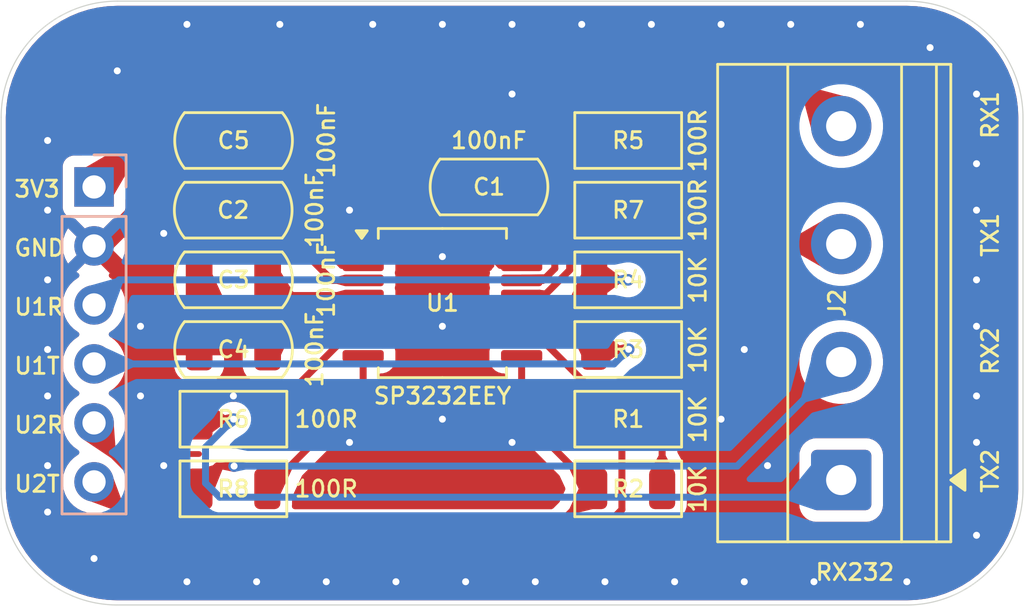
<source format=kicad_pcb>
(kicad_pcb (version 20241229) (generator "pcbnew") (generator_version "9.0")
  (layers (0 "F.Cu" signal) (2 "B.Cu" signal) (13 "F.Paste" user) (15 "B.Paste" user) (5 "F.SilkS" user "F.Silkscreen") (7 "B.SilkS" user "B.Silkscreen") (1 "F.Mask" user) (3 "B.Mask" user) (25 "Edge.Cuts" user))
  (net 0 "")
  (net 1 "GND")
  (net 2 "+3.3V")
  (net 3 "Net-(U1-C1+)")
  (net 4 "Net-(U1-C1-)")
  (net 5 "Net-(U1-C2-)")
  (net 6 "Net-(U1-C2+)")
  (net 7 "Net-(U1-V-)")
  (net 8 "Net-(U1-V+)")
  (net 9 "/USART1_TX")
  (net 10 "/USART2_RX")
  (net 11 "/USART1_RX")
  (net 12 "/USART2_TX")
  (net 13 "/RS232-TX1")
  (net 14 "/RS232-RX1")
  (net 15 "/RS232-TX2")
  (net 16 "/RS232-RX2")
  (net 17 "Net-(U1-T1OUT)")
  (net 18 "Net-(U1-T2OUT)")
  (net 19 "Net-(U1-R1IN)")
  (net 20 "Net-(U1-R2IN)")
  (footprint "PCM_Resistor_SMD_AKL:R_1206_3216Metric" (layer "F.Cu") (at 122 63)
    (property "Reference" "R7" (at 0 0 0) (layer "F.SilkS") (effects (font (size 0.7 0.7) (thickness 0.12))))
    (property "Value" "100R" (at 3 0 90) (layer "F.SilkS") (effects (font (size 0.7 0.7) (thickness 0.12))))
    (fp_line (start -2.3 -1.2) (end -2.3 1.2) (stroke (width 0.12)) (layer "F.SilkS"))
    (fp_line (start -2.3 1.2) (end 2.3 1.2) (stroke (width 0.12)) (layer "F.SilkS"))
    (fp_line (start 2.3 -1.2) (end -2.3 -1.2) (stroke (width 0.12)) (layer "F.SilkS"))
    (fp_line (start 2.3 1.2) (end 2.3 -1.2) (stroke (width 0.12)) (layer "F.SilkS"))
    (pad "1" smd roundrect (at -1.4625 0) (size 1.125 1.75) (layers "F.Cu" "F.Mask" "F.Paste") (roundrect_rratio 0.222222) (net 19 "Net-(U1-R1IN)"))
    (pad "2" smd roundrect (at 1.4625 0) (size 1.125 1.75) (layers "F.Cu" "F.Mask" "F.Paste") (roundrect_rratio 0.222222) (net 14 "/RS232-RX1"))
  )
  (footprint "PCM_Resistor_SMD_AKL:R_1206_3216Metric" (layer "F.Cu") (at 122 69)
    (property "Reference" "R3" (at 0 0 0) (layer "F.SilkS") (effects (font (size 0.7 0.7) (thickness 0.12))))
    (property "Value" "10K" (at 3 0 90) (layer "F.SilkS") (effects (font (size 0.7 0.7) (thickness 0.12))))
    (fp_line (start -2.3 -1.2) (end -2.3 1.2) (stroke (width 0.12)) (layer "F.SilkS"))
    (fp_line (start -2.3 1.2) (end 2.3 1.2) (stroke (width 0.12)) (layer "F.SilkS"))
    (fp_line (start 2.3 -1.2) (end -2.3 -1.2) (stroke (width 0.12)) (layer "F.SilkS"))
    (fp_line (start 2.3 1.2) (end 2.3 -1.2) (stroke (width 0.12)) (layer "F.SilkS"))
    (pad "1" smd roundrect (at -1.4625 0) (size 1.125 1.75) (layers "F.Cu" "F.Mask" "F.Paste") (roundrect_rratio 0.222222) (net 9 "/USART1_TX"))
    (pad "2" smd roundrect (at 1.4625 0) (size 1.125 1.75) (layers "F.Cu" "F.Mask" "F.Paste") (roundrect_rratio 0.222222) (net 2 "+3.3V"))
  )
  (footprint "PCM_Capacitor_SMD_AKL:C_1206_3216Metric" (layer "F.Cu") (at 105 63 180)
    (property "Reference" "C2" (at 0.007669 0 0) (layer "F.SilkS") (effects (font (size 0.7 0.7) (thickness 0.12))))
    (property "Value" "100nF" (at -3.5 0 270) (layer "F.SilkS") (effects (font (size 0.7 0.7) (thickness 0.12))))
    (fp_line (start 2.1 -1.2) (end -2.1 -1.2) (stroke (width 0.12)) (layer "F.SilkS"))
    (fp_line (start -2.1 1.2) (end 2.1 1.2) (stroke (width 0.12)) (layer "F.SilkS"))
    (fp_arc (start 2.1 -1.2) (mid 2.541962 0) (end 2.1 1.2) (stroke (width 0.12)) (layer "F.SilkS"))
    (fp_arc (start -2.1 1.2) (mid -2.526625 0) (end -2.1 -1.2) (stroke (width 0.12)) (layer "F.SilkS"))
    (pad "1" smd roundrect (at -1.475 0 180) (size 1.15 1.8) (layers "F.Cu" "F.Mask" "F.Paste") (roundrect_rratio 0.217391) (net 4 "Net-(U1-C1-)"))
    (pad "2" smd roundrect (at 1.475 0 180) (size 1.15 1.8) (layers "F.Cu" "F.Mask" "F.Paste") (roundrect_rratio 0.217391) (net 3 "Net-(U1-C1+)"))
  )
  (footprint "PCM_Resistor_SMD_AKL:R_1206_3216Metric" (layer "F.Cu") (at 105 72 180)
    (property "Reference" "R6" (at 0 0 0) (layer "F.SilkS") (effects (font (size 0.7 0.7) (thickness 0.12))))
    (property "Value" "100R" (at -4 0 0) (layer "F.SilkS") (effects (font (size 0.7 0.7) (thickness 0.12))))
    (fp_line (start 2.3 1.2) (end 2.3 -1.2) (stroke (width 0.12)) (layer "F.SilkS"))
    (fp_line (start 2.3 -1.2) (end -2.3 -1.2) (stroke (width 0.12)) (layer "F.SilkS"))
    (fp_line (start -2.3 1.2) (end 2.3 1.2) (stroke (width 0.12)) (layer "F.SilkS"))
    (fp_line (start -2.3 -1.2) (end -2.3 1.2) (stroke (width 0.12)) (layer "F.SilkS"))
    (pad "1" smd roundrect (at -1.4625 0 180) (size 1.125 1.75) (layers "F.Cu" "F.Mask" "F.Paste") (roundrect_rratio 0.222222) (net 18 "Net-(U1-T2OUT)"))
    (pad "2" smd roundrect (at 1.4625 0 180) (size 1.125 1.75) (layers "F.Cu" "F.Mask" "F.Paste") (roundrect_rratio 0.222222) (net 15 "/RS232-TX2"))
  )
  (footprint "PCM_Resistor_SMD_AKL:R_1206_3216Metric" (layer "F.Cu") (at 122 75)
    (property "Reference" "R2" (at 0 0 0) (layer "F.SilkS") (effects (font (size 0.7 0.7) (thickness 0.12))))
    (property "Value" "10K" (at 3 0 90) (layer "F.SilkS") (effects (font (size 0.7 0.7) (thickness 0.12))))
    (fp_line (start -2.3 -1.2) (end -2.3 1.2) (stroke (width 0.12)) (layer "F.SilkS"))
    (fp_line (start -2.3 1.2) (end 2.3 1.2) (stroke (width 0.12)) (layer "F.SilkS"))
    (fp_line (start 2.3 -1.2) (end -2.3 -1.2) (stroke (width 0.12)) (layer "F.SilkS"))
    (fp_line (start 2.3 1.2) (end 2.3 -1.2) (stroke (width 0.12)) (layer "F.SilkS"))
    (pad "1" smd roundrect (at -1.4625 0) (size 1.125 1.75) (layers "F.Cu" "F.Mask" "F.Paste") (roundrect_rratio 0.222222) (net 10 "/USART2_RX"))
    (pad "2" smd roundrect (at 1.4625 0) (size 1.125 1.75) (layers "F.Cu" "F.Mask" "F.Paste") (roundrect_rratio 0.222222) (net 2 "+3.3V"))
  )
  (footprint "PCM_Capacitor_SMD_AKL:C_1206_3216Metric" (layer "F.Cu") (at 105 66)
    (property "Reference" "C3" (at 0.007668 0 0) (layer "F.SilkS") (effects (font (size 0.7 0.7) (thickness 0.12))))
    (property "Value" "100nF" (at 4 0 90) (layer "F.SilkS") (effects (font (size 0.7 0.7) (thickness 0.12))))
    (fp_line (start -2.1 1.2) (end 2.1 1.2) (stroke (width 0.12)) (layer "F.SilkS"))
    (fp_line (start 2.1 -1.2) (end -2.1 -1.2) (stroke (width 0.12)) (layer "F.SilkS"))
    (fp_arc (start -2.1 1.2) (mid -2.526625 0) (end -2.1 -1.2) (stroke (width 0.12)) (layer "F.SilkS"))
    (fp_arc (start 2.1 -1.2) (mid 2.541962 0) (end 2.1 1.2) (stroke (width 0.12)) (layer "F.SilkS"))
    (pad "1" smd roundrect (at -1.475 0) (size 1.15 1.8) (layers "F.Cu" "F.Mask" "F.Paste") (roundrect_rratio 0.217391) (net 5 "Net-(U1-C2-)"))
    (pad "2" smd roundrect (at 1.475 0) (size 1.15 1.8) (layers "F.Cu" "F.Mask" "F.Paste") (roundrect_rratio 0.217391) (net 6 "Net-(U1-C2+)"))
  )
  (footprint "Package_SO:SSOP-16_5.3x6.2mm_P0.65mm" (layer "F.Cu") (at 114 67)
    (property "Reference" "U1" (at 0 0 0) (layer "F.SilkS") (effects (font (size 0.7 0.7) (thickness 0.12))))
    (property "Value" "SP3232EEY" (at 0 4 0) (layer "F.SilkS") (effects (font (size 0.7 0.7) (thickness 0.12))))
    (fp_line (start -2.76 -3.21) (end -2.76 -2.785) (stroke (width 0.12)) (layer "F.SilkS"))
    (fp_line (start -2.76 3.21) (end -2.76 2.785) (stroke (width 0.12)) (layer "F.SilkS"))
    (fp_line (start 0 -3.21) (end -2.76 -3.21) (stroke (width 0.12)) (layer "F.SilkS"))
    (fp_line (start 0 -3.21) (end 2.76 -3.21) (stroke (width 0.12)) (layer "F.SilkS"))
    (fp_line (start 0 3.21) (end -2.76 3.21) (stroke (width 0.12)) (layer "F.SilkS"))
    (fp_line (start 0 3.21) (end 2.76 3.21) (stroke (width 0.12)) (layer "F.SilkS"))
    (fp_line (start 2.76 -3.21) (end 2.76 -2.785) (stroke (width 0.12)) (layer "F.SilkS"))
    (fp_line (start 2.76 3.21) (end 2.76 2.785) (stroke (width 0.12)) (layer "F.SilkS"))
    (fp_poly (pts (xy -3.475 -2.785) (xy -3.715 -3.115) (xy -3.235 -3.115)) (stroke (width 0.12)) (fill yes) (layer "F.SilkS"))
    (pad "1" smd roundrect (at -3.4125 -2.275) (size 1.775 0.5) (layers "F.Cu" "F.Mask" "F.Paste") (net 3 "Net-(U1-C1+)"))
    (pad "2" smd roundrect (at -3.4125 -1.625) (size 1.775 0.5) (layers "F.Cu" "F.Mask" "F.Paste") (net 8 "Net-(U1-V+)"))
    (pad "3" smd roundrect (at -3.4125 -0.975) (size 1.775 0.5) (layers "F.Cu" "F.Mask" "F.Paste") (net 4 "Net-(U1-C1-)"))
    (pad "4" smd roundrect (at -3.4125 -0.325) (size 1.775 0.5) (layers "F.Cu" "F.Mask" "F.Paste") (net 6 "Net-(U1-C2+)"))
    (pad "5" smd roundrect (at -3.4125 0.325) (size 1.775 0.5) (layers "F.Cu" "F.Mask" "F.Paste") (net 5 "Net-(U1-C2-)"))
    (pad "6" smd roundrect (at -3.4125 0.975) (size 1.775 0.5) (layers "F.Cu" "F.Mask" "F.Paste") (net 7 "Net-(U1-V-)"))
    (pad "7" smd roundrect (at -3.4125 1.625) (size 1.775 0.5) (layers "F.Cu" "F.Mask" "F.Paste") (net 18 "Net-(U1-T2OUT)"))
    (pad "8" smd roundrect (at -3.4125 2.275) (size 1.775 0.5) (layers "F.Cu" "F.Mask" "F.Paste") (net 20 "Net-(U1-R2IN)"))
    (pad "9" smd roundrect (at 3.4125 2.275) (size 1.775 0.5) (layers "F.Cu" "F.Mask" "F.Paste") (net 10 "/USART2_RX"))
    (pad "10" smd roundrect (at 3.4125 1.625) (size 1.775 0.5) (layers "F.Cu" "F.Mask" "F.Paste") (net 12 "/USART2_TX"))
    (pad "11" smd roundrect (at 3.4125 0.975) (size 1.775 0.5) (layers "F.Cu" "F.Mask" "F.Paste") (net 9 "/USART1_TX"))
    (pad "12" smd roundrect (at 3.4125 0.325) (size 1.775 0.5) (layers "F.Cu" "F.Mask" "F.Paste") (net 11 "/USART1_RX"))
    (pad "13" smd roundrect (at 3.4125 -0.325) (size 1.775 0.5) (layers "F.Cu" "F.Mask" "F.Paste") (net 19 "Net-(U1-R1IN)"))
    (pad "14" smd roundrect (at 3.4125 -0.975) (size 1.775 0.5) (layers "F.Cu" "F.Mask" "F.Paste") (net 17 "Net-(U1-T1OUT)"))
    (pad "15" smd roundrect (at 3.4125 -1.625) (size 1.775 0.5) (layers "F.Cu" "F.Mask" "F.Paste") (net 1 "GND"))
    (pad "16" smd roundrect (at 3.4125 -2.275) (size 1.775 0.5) (layers "F.Cu" "F.Mask" "F.Paste") (net 2 "+3.3V"))
  )
  (footprint "PCM_Resistor_SMD_AKL:R_1206_3216Metric" (layer "F.Cu") (at 122 66)
    (property "Reference" "R4" (at 0 0 0) (layer "F.SilkS") (effects (font (size 0.7 0.7) (thickness 0.12))))
    (property "Value" "10K" (at 3 0 90) (layer "F.SilkS") (effects (font (size 0.7 0.7) (thickness 0.12))))
    (fp_line (start -2.3 -1.2) (end -2.3 1.2) (stroke (width 0.12)) (layer "F.SilkS"))
    (fp_line (start -2.3 1.2) (end 2.3 1.2) (stroke (width 0.12)) (layer "F.SilkS"))
    (fp_line (start 2.3 -1.2) (end -2.3 -1.2) (stroke (width 0.12)) (layer "F.SilkS"))
    (fp_line (start 2.3 1.2) (end 2.3 -1.2) (stroke (width 0.12)) (layer "F.SilkS"))
    (pad "1" smd roundrect (at -1.4625 0) (size 1.125 1.75) (layers "F.Cu" "F.Mask" "F.Paste") (roundrect_rratio 0.222222) (net 11 "/USART1_RX"))
    (pad "2" smd roundrect (at 1.4625 0) (size 1.125 1.75) (layers "F.Cu" "F.Mask" "F.Paste") (roundrect_rratio 0.222222) (net 2 "+3.3V"))
  )
  (footprint "PCM_Resistor_SMD_AKL:R_1206_3216Metric" (layer "F.Cu") (at 105 75 180)
    (property "Reference" "R8" (at 0 0 0) (layer "F.SilkS") (effects (font (size 0.7 0.7) (thickness 0.12))))
    (property "Value" "100R" (at -4 0 0) (layer "F.SilkS") (effects (font (size 0.7 0.7) (thickness 0.12))))
    (fp_line (start 2.3 1.2) (end 2.3 -1.2) (stroke (width 0.12)) (layer "F.SilkS"))
    (fp_line (start 2.3 -1.2) (end -2.3 -1.2) (stroke (width 0.12)) (layer "F.SilkS"))
    (fp_line (start -2.3 1.2) (end 2.3 1.2) (stroke (width 0.12)) (layer "F.SilkS"))
    (fp_line (start -2.3 -1.2) (end -2.3 1.2) (stroke (width 0.12)) (layer "F.SilkS"))
    (pad "1" smd roundrect (at -1.4625 0 180) (size 1.125 1.75) (layers "F.Cu" "F.Mask" "F.Paste") (roundrect_rratio 0.222222) (net 20 "Net-(U1-R2IN)"))
    (pad "2" smd roundrect (at 1.4625 0 180) (size 1.125 1.75) (layers "F.Cu" "F.Mask" "F.Paste") (roundrect_rratio 0.222222) (net 16 "/RS232-RX2"))
  )
  (footprint "PCM_Capacitor_SMD_AKL:C_1206_3216Metric" (layer "F.Cu") (at 116 62)
    (property "Reference" "C1" (at 0.007668 0 0) (layer "F.SilkS") (effects (font (size 0.7 0.7) (thickness 0.12))))
    (property "Value" "100nF" (at 0 -2 0) (layer "F.SilkS") (effects (font (size 0.7 0.7) (thickness 0.12))))
    (fp_line (start -2.1 1.2) (end 2.1 1.2) (stroke (width 0.12)) (layer "F.SilkS"))
    (fp_line (start 2.1 -1.2) (end -2.1 -1.2) (stroke (width 0.12)) (layer "F.SilkS"))
    (fp_arc (start -2.1 1.2) (mid -2.526625 0) (end -2.1 -1.2) (stroke (width 0.12)) (layer "F.SilkS"))
    (fp_arc (start 2.1 -1.2) (mid 2.541962 0) (end 2.1 1.2) (stroke (width 0.12)) (layer "F.SilkS"))
    (pad "1" smd roundrect (at -1.475 0) (size 1.15 1.8) (layers "F.Cu" "F.Mask" "F.Paste") (roundrect_rratio 0.217391) (net 1 "GND"))
    (pad "2" smd roundrect (at 1.475 0) (size 1.15 1.8) (layers "F.Cu" "F.Mask" "F.Paste") (roundrect_rratio 0.217391) (net 2 "+3.3V"))
  )
  (footprint "PCM_Resistor_SMD_AKL:R_1206_3216Metric" (layer "F.Cu") (at 122 72)
    (property "Reference" "R1" (at 0 0 0) (layer "F.SilkS") (effects (font (size 0.7 0.7) (thickness 0.12))))
    (property "Value" "10K" (at 3 0 90) (layer "F.SilkS") (effects (font (size 0.7 0.7) (thickness 0.12))))
    (fp_line (start -2.3 -1.2) (end -2.3 1.2) (stroke (width 0.12)) (layer "F.SilkS"))
    (fp_line (start -2.3 1.2) (end 2.3 1.2) (stroke (width 0.12)) (layer "F.SilkS"))
    (fp_line (start 2.3 -1.2) (end -2.3 -1.2) (stroke (width 0.12)) (layer "F.SilkS"))
    (fp_line (start 2.3 1.2) (end 2.3 -1.2) (stroke (width 0.12)) (layer "F.SilkS"))
    (pad "1" smd roundrect (at -1.4625 0) (size 1.125 1.75) (layers "F.Cu" "F.Mask" "F.Paste") (roundrect_rratio 0.222222) (net 12 "/USART2_TX"))
    (pad "2" smd roundrect (at 1.4625 0) (size 1.125 1.75) (layers "F.Cu" "F.Mask" "F.Paste") (roundrect_rratio 0.222222) (net 2 "+3.3V"))
  )
  (footprint "PCM_Capacitor_SMD_AKL:C_1206_3216Metric" (layer "F.Cu") (at 105 60)
    (property "Reference" "C5" (at 0.007668 0 0) (layer "F.SilkS") (effects (font (size 0.7 0.7) (thickness 0.12))))
    (property "Value" "100nF" (at 4.007668 0 90) (layer "F.SilkS") (effects (font (size 0.7 0.7) (thickness 0.12))))
    (fp_line (start -2.1 1.2) (end 2.1 1.2) (stroke (width 0.12)) (layer "F.SilkS"))
    (fp_line (start 2.1 -1.2) (end -2.1 -1.2) (stroke (width 0.12)) (layer "F.SilkS"))
    (fp_arc (start -2.1 1.2) (mid -2.526625 0) (end -2.1 -1.2) (stroke (width 0.12)) (layer "F.SilkS"))
    (fp_arc (start 2.1 -1.2) (mid 2.541962 0) (end 2.1 1.2) (stroke (width 0.12)) (layer "F.SilkS"))
    (pad "1" smd roundrect (at -1.475 0) (size 1.15 1.8) (layers "F.Cu" "F.Mask" "F.Paste") (roundrect_rratio 0.217391) (net 1 "GND"))
    (pad "2" smd roundrect (at 1.475 0) (size 1.15 1.8) (layers "F.Cu" "F.Mask" "F.Paste") (roundrect_rratio 0.217391) (net 8 "Net-(U1-V+)"))
  )
  (footprint "TerminalBlock_Phoenix:TerminalBlock_Phoenix_MKDS-1,5-4-5.08_1x04_P5.08mm_Horizontal" (layer "F.Cu") (at 131.1725 74.62 90)
    (property "Reference" "J2" (at 7.62 -0.1725 90) (layer "F.SilkS") (effects (font (size 0.7 0.7) (thickness 0.12))))
    (property "Value" "JST_04" (hide yes))
    (fp_line (start 17.9 -5.32) (end 17.9 4.72) (stroke (width 0.12)) (layer "F.SilkS"))
    (fp_line (start -2.66 -5.32) (end 17.9 -5.32) (stroke (width 0.12)) (layer "F.SilkS"))
    (fp_line (start -2.66 -5.32) (end -2.66 4.72) (stroke (width 0.12)) (layer "F.SilkS"))
    (fp_line (start -2.66 -2.3) (end 17.9 -2.3) (stroke (width 0.12)) (layer "F.SilkS"))
    (fp_line (start -2.66 2.6) (end 17.9 2.6) (stroke (width 0.12)) (layer "F.SilkS"))
    (fp_line (start -2.66 4.1) (end 17.9 4.1) (stroke (width 0.12)) (layer "F.SilkS"))
    (fp_line (start 0.3 4.72) (end 17.9 4.72) (stroke (width 0.12)) (layer "F.SilkS"))
    (fp_line (start -2.66 4.72) (end -0.3 4.72) (stroke (width 0.12)) (layer "F.SilkS"))
    (fp_poly (pts (xy 0 4.72) (xy 0.44 5.33) (xy -0.44 5.33)) (stroke (width 0.12)) (fill yes) (layer "F.SilkS"))
    (pad "1" thru_hole roundrect (at 0 0 90) (size 2.6 2.6) (drill 1.3) (layers "*.Cu" "*.Mask") (roundrect_rratio 0.096154) (net 15 "/RS232-TX2"))
    (pad "2" thru_hole circle (at 5.08 0 90) (size 2.6 2.6) (drill 1.3) (layers "*.Cu" "*.Mask") (net 16 "/RS232-RX2"))
    (pad "3" thru_hole circle (at 10.16 0 90) (size 2.6 2.6) (drill 1.3) (layers "*.Cu" "*.Mask") (net 13 "/RS232-TX1"))
    (pad "4" thru_hole circle (at 15.24 0 90) (size 2.6 2.6) (drill 1.3) (layers "*.Cu" "*.Mask") (net 14 "/RS232-RX1"))
  )
  (footprint "PCM_Capacitor_SMD_AKL:C_1206_3216Metric" (layer "F.Cu") (at 105 69)
    (property "Reference" "C4" (at 0.007668 0 0) (layer "F.SilkS") (effects (font (size 0.7 0.7) (thickness 0.12))))
    (property "Value" "100nF" (at 3.5 0 90) (layer "F.SilkS") (effects (font (size 0.7 0.7) (thickness 0.12))))
    (fp_line (start -2.1 1.2) (end 2.1 1.2) (stroke (width 0.12)) (layer "F.SilkS"))
    (fp_line (start 2.1 -1.2) (end -2.1 -1.2) (stroke (width 0.12)) (layer "F.SilkS"))
    (fp_arc (start -2.1 1.2) (mid -2.526625 0) (end -2.1 -1.2) (stroke (width 0.12)) (layer "F.SilkS"))
    (fp_arc (start 2.1 -1.2) (mid 2.541962 0) (end 2.1 1.2) (stroke (width 0.12)) (layer "F.SilkS"))
    (pad "1" smd roundrect (at -1.475 0) (size 1.15 1.8) (layers "F.Cu" "F.Mask" "F.Paste") (roundrect_rratio 0.217391) (net 1 "GND"))
    (pad "2" smd roundrect (at 1.475 0) (size 1.15 1.8) (layers "F.Cu" "F.Mask" "F.Paste") (roundrect_rratio 0.217391) (net 7 "Net-(U1-V-)"))
  )
  (footprint "PCM_Resistor_SMD_AKL:R_1206_3216Metric" (layer "F.Cu") (at 122 60)
    (property "Reference" "R5" (at 0 0 0) (layer "F.SilkS") (effects (font (size 0.7 0.7) (thickness 0.12))))
    (property "Value" "100R" (at 3 0 90) (layer "F.SilkS") (effects (font (size 0.7 0.7) (thickness 0.12))))
    (fp_line (start -2.3 -1.2) (end -2.3 1.2) (stroke (width 0.12)) (layer "F.SilkS"))
    (fp_line (start -2.3 1.2) (end 2.3 1.2) (stroke (width 0.12)) (layer "F.SilkS"))
    (fp_line (start 2.3 -1.2) (end -2.3 -1.2) (stroke (width 0.12)) (layer "F.SilkS"))
    (fp_line (start 2.3 1.2) (end 2.3 -1.2) (stroke (width 0.12)) (layer "F.SilkS"))
    (pad "1" smd roundrect (at -1.4625 0) (size 1.125 1.75) (layers "F.Cu" "F.Mask" "F.Paste") (roundrect_rratio 0.222222) (net 17 "Net-(U1-T1OUT)"))
    (pad "2" smd roundrect (at 1.4625 0) (size 1.125 1.75) (layers "F.Cu" "F.Mask" "F.Paste") (roundrect_rratio 0.222222) (net 13 "/RS232-TX1"))
  )
  (footprint "Connector_PinHeader_2.54mm:PinHeader_1x06_P2.54mm_Vertical" (layer "B.Cu") (at 99 62 180)
    (property "Reference" "J3" (hide yes))
    (property "Value" "Conn_01x06" (hide yes))
    (fp_line (start 1.38 -1.27) (end 1.38 -14.08) (stroke (width 0.12)) (layer "B.SilkS"))
    (fp_line (start -1.38 1.38) (end 0 1.38) (stroke (width 0.12)) (layer "B.SilkS"))
    (fp_line (start -1.38 0) (end -1.38 1.38) (stroke (width 0.12)) (layer "B.SilkS"))
    (fp_line (start -1.38 -1.27) (end 1.38 -1.27) (stroke (width 0.12)) (layer "B.SilkS"))
    (fp_line (start -1.38 -1.27) (end -1.38 -14.08) (stroke (width 0.12)) (layer "B.SilkS"))
    (fp_line (start -1.38 -14.08) (end 1.38 -14.08) (stroke (width 0.12)) (layer "B.SilkS"))
    (pad "1" thru_hole rect (at 0 0 180) (size 1.7 1.7) (drill 1) (layers "*.Cu" "*.Mask") (net 2 "+3.3V"))
    (pad "2" thru_hole circle (at 0 -2.54 180) (size 1.7 1.7) (drill 1) (layers "*.Cu" "*.Mask") (net 1 "GND"))
    (pad "3" thru_hole circle (at 0 -5.08 180) (size 1.7 1.7) (drill 1) (layers "*.Cu" "*.Mask") (net 11 "/USART1_RX"))
    (pad "4" thru_hole circle (at 0 -7.62 180) (size 1.7 1.7) (drill 1) (layers "*.Cu" "*.Mask") (net 9 "/USART1_TX"))
    (pad "5" thru_hole circle (at 0 -10.16 180) (size 1.7 1.7) (drill 1) (layers "*.Cu" "*.Mask") (net 10 "/USART2_RX"))
    (pad "6" thru_hole circle (at 0 -12.7 180) (size 1.7 1.7) (drill 1) (layers "*.Cu" "*.Mask") (net 12 "/USART2_TX"))
  )
  (gr_arc (start 139 75) (mid 137.535534 78.535534) (end 134 80) (stroke (width 0.05)) (layer "Edge.Cuts"))
  (gr_arc (start 100 80) (mid 96.464466 78.535534) (end 95 75) (stroke (width 0.05)) (layer "Edge.Cuts"))
  (gr_line (start 95 75) (end 95 59) (stroke (width 0.05)) (layer "Edge.Cuts"))
  (gr_arc (start 95 59) (mid 96.464466 55.464466) (end 100 54) (stroke (width 0.05)) (layer "Edge.Cuts"))
  (gr_line (start 134 80) (end 100 80) (stroke (width 0.05)) (layer "Edge.Cuts"))
  (gr_line (start 139 59) (end 139 75) (stroke (width 0.05)) (layer "Edge.Cuts"))
  (gr_line (start 100 54) (end 134 54) (stroke (width 0.05)) (layer "Edge.Cuts"))
  (gr_arc (start 134 54) (mid 137.535534 55.464466) (end 139 59) (stroke (width 0.05)) (layer "Edge.Cuts"))
  (gr_text "RX232" (at 130 79 0) (layer "F.SilkS") (effects (font (size 0.7 0.7) (thickness 0.12) (bold yes)) (justify left bottom)))
  (gr_text "U2R" (at 95.5 72.66 0) (layer "F.SilkS") (effects (font (size 0.7 0.7) (thickness 0.12) (bold yes)) (justify left bottom)))
  (gr_text "RX2" (at 138 70.16 90) (layer "F.SilkS") (effects (font (size 0.7 0.7) (thickness 0.12) (bold yes)) (justify left bottom)))
  (gr_text "U2T" (at 95.5 75.2 0) (layer "F.SilkS") (effects (font (size 0.7 0.7) (thickness 0.12) (bold yes)) (justify left bottom)))
  (gr_text "RX1" (at 138 60 90) (layer "F.SilkS") (effects (font (size 0.7 0.7) (thickness 0.12) (bold yes)) (justify left bottom)))
  (gr_text "TX2" (at 138 75.24 90) (layer "F.SilkS") (effects (font (size 0.7 0.7) (thickness 0.12) (bold yes)) (justify left bottom)))
  (gr_text "TX1" (at 138 65.08 90) (layer "F.SilkS") (effects (font (size 0.7 0.7) (thickness 0.12) (bold yes)) (justify left bottom)))
  (gr_text "3V3" (at 95.5 62.5 0) (layer "F.SilkS") (effects (font (size 0.7 0.7) (thickness 0.12) (bold yes)) (justify left bottom)))
  (gr_text "U1R" (at 95.5 67.58 0) (layer "F.SilkS") (effects (font (size 0.7 0.7) (thickness 0.12) (bold yes)) (justify left bottom)))
  (gr_text "U1T" (at 95.5 70.12 0) (layer "F.SilkS") (effects (font (size 0.7 0.7) (thickness 0.12) (bold yes)) (justify left bottom)))
  (gr_text "GND" (at 95.5 65.04 0) (layer "F.SilkS") (effects (font (size 0.7 0.7) (thickness 0.12) (bold yes)) (justify left bottom)))
  (segment (start 99 64.54) (end 99.065 64.54) (width 0.8) (layer "F.Cu") (net 1))
  (segment (start 103.525 60.377) (end 103.525 60) (width 0.8) (layer "F.Cu") (net 1))
  (segment (start 105.527 57.998) (end 110.523 57.998) (width 0.8) (layer "F.Cu") (net 1))
  (segment (start 99 64.54) (end 99.362 64.54) (width 0.8) (layer "F.Cu") (net 1))
  (segment (start 114.525 63.40163) (end 114.525 62) (width 0.3) (layer "F.Cu") (net 1))
  (segment (start 110.523 57.998) (end 114.525 62) (width 0.8) (layer "F.Cu") (net 1))
  (segment (start 116.49837 65.375) (end 114.525 63.40163) (width 0.3) (layer "F.Cu") (net 1))
  (segment (start 103.525 60) (end 105.527 57.998) (width 0.8) (layer "F.Cu") (net 1))
  (segment (start 99.362 64.54) (end 103.525 60.377) (width 0.8) (layer "F.Cu") (net 1))
  (segment (start 99.065 64.54) (end 103.525 69) (width 0.8) (layer "F.Cu") (net 1))
  (segment (start 117.4125 65.375) (end 116.49837 65.375) (width 0.3) (layer "F.Cu") (net 1))
  (via (at 137 71) (size 0.5) (drill 0.3) (layers "F.Cu" "B.Cu") (net 1))
  (via (at 124 79) (size 0.5) (drill 0.3) (layers "F.Cu" "B.Cu") (net 1))
  (via (at 134 79) (size 0.5) (drill 0.3) (layers "F.Cu" "B.Cu") (net 1))
  (via (at 112 79) (size 0.5) (drill 0.3) (layers "F.Cu" "B.Cu") (net 1))
  (via (at 97 63) (size 0.5) (drill 0.3) (layers "F.Cu" "B.Cu") (net 1))
  (via (at 137 68) (size 0.5) (drill 0.3) (layers "F.Cu" "B.Cu") (net 1))
  (via (at 97 60) (size 0.5) (drill 0.3) (layers "F.Cu" "B.Cu") (net 1))
  (via (at 101 71) (size 0.5) (drill 0.3) (layers "F.Cu" "B.Cu") (net 1))
  (via (at 117 55) (size 0.5) (drill 0.3) (layers "F.Cu" "B.Cu") (net 1))
  (via (at 120 55) (size 0.5) (drill 0.3) (layers "F.Cu" "B.Cu") (net 1))
  (via (at 123 55) (size 0.5) (drill 0.3) (layers "F.Cu" "B.Cu") (net 1))
  (via (at 117 73) (size 0.5) (drill 0.3) (layers "F.Cu" "B.Cu") (net 1))
  (via (at 103 55) (size 0.5) (drill 0.3) (layers "F.Cu" "B.Cu") (net 1))
  (via (at 137 73) (size 0.5) (drill 0.3) (layers "F.Cu" "B.Cu") (net 1))
  (via (at 109 79) (size 0.5) (drill 0.3) (layers "F.Cu" "B.Cu") (net 1))
  (via (at 103 79) (size 0.5) (drill 0.3) (layers "F.Cu" "B.Cu") (net 1))
  (via (at 114 68) (size 0.5) (drill 0.3) (layers "F.Cu" "B.Cu") (net 1))
  (via (at 126 55) (size 0.5) (drill 0.3) (layers "F.Cu" "B.Cu") (net 1))
  (via (at 110 63) (size 0.5) (drill 0.3) (layers "F.Cu" "B.Cu") (net 1))
  (via (at 97 74) (size 0.5) (drill 0.3) (layers "F.Cu" "B.Cu") (net 1))
  (via (at 127 79) (size 0.5) (drill 0.3) (layers "F.Cu" "B.Cu") (net 1))
  (via (at 111 55) (size 0.5) (drill 0.3) (layers "F.Cu" "B.Cu") (net 1))
  (via (at 106 79) (size 0.5) (drill 0.3) (layers "F.Cu" "B.Cu") (net 1))
  (via (at 129 55) (size 0.5) (drill 0.3) (layers "F.Cu" "B.Cu") (net 1))
  (via (at 97 71) (size 0.5) (drill 0.3) (layers "F.Cu" "B.Cu") (net 1))
  (via (at 128 74) (size 0.5) (drill 0.3) (layers "F.Cu" "B.Cu") (net 1))
  (via (at 137 61) (size 0.5) (drill 0.3) (layers "F.Cu" "B.Cu") (net 1))
  (via (at 132 55) (size 0.5) (drill 0.3) (layers "F.Cu" "B.Cu") (net 1))
  (via (at 107 55) (size 0.5) (drill 0.3) (layers "F.Cu" "B.Cu") (net 1))
  (via (at 126 72) (size 0.5) (drill 0.3) (layers "F.Cu" "B.Cu") (net 1))
  (via (at 97 76) (size 0.5) (drill 0.3) (layers "F.Cu" "B.Cu") (net 1))
  (via (at 102 74) (size 0.5) (drill 0.3) (layers "F.Cu" "B.Cu") (net 1))
  (via (at 114 65) (size 0.5) (drill 0.3) (layers "F.Cu" "B.Cu") (net 1))
  (via (at 105 71) (size 0.5) (drill 0.3) (layers "F.Cu" "B.Cu") (net 1))
  (via (at 127 69) (size 0.5) (drill 0.3) (layers "F.Cu" "B.Cu") (net 1))
  (via (at 115 79) (size 0.5) (drill 0.3) (layers "F.Cu" "B.Cu") (net 1))
  (via (at 97 69) (size 0.5) (drill 0.3) (layers "F.Cu" "B.Cu") (net 1))
  (via (at 137 58) (size 0.5) (drill 0.3) (layers "F.Cu" "B.Cu") (net 1))
  (via (at 102 64) (size 0.5) (drill 0.3) (layers "F.Cu" "B.Cu") (net 1))
  (via (at 118 79) (size 0.5) (drill 0.3) (layers "F.Cu" "B.Cu") (net 1))
  (via (at 97 66) (size 0.5) (drill 0.3) (layers "F.Cu" "B.Cu") (net 1))
  (via (at 137 77) (size 0.5) (drill 0.3) (layers "F.Cu" "B.Cu") (net 1))
  (via (at 114 55) (size 0.5) (drill 0.3) (layers "F.Cu" "B.Cu") (net 1))
  (via (at 121 79) (size 0.5) (drill 0.3) (layers "F.Cu" "B.Cu") (net 1))
  (via (at 101 68) (size 0.5) (drill 0.3) (layers "F.Cu" "B.Cu") (net 1))
  (via (at 110 73) (size 0.5) (drill 0.3) (layers "F.Cu" "B.Cu") (net 1))
  (via (at 117 58) (size 0.5) (drill 0.3) (layers "F.Cu" "B.Cu") (net 1))
  (via (at 135 56) (size 0.5) (drill 0.3) (layers "F.Cu" "B.Cu") (net 1))
  (via (at 99 78) (size 0.5) (drill 0.3) (layers "F.Cu" "B.Cu") (net 1))
  (via (at 114 72) (size 0.5) (drill 0.3) (layers "F.Cu" "B.Cu") (net 1))
  (via (at 137 63) (size 0.5) (drill 0.3) (layers "F.Cu" "B.Cu") (net 1))
  (via (at 137 66) (size 0.5) (drill 0.3) (layers "F.Cu" "B.Cu") (net 1))
  (via (at 130 79) (size 0.5) (drill 0.3) (layers "F.Cu" "B.Cu") (net 1))
  (via (at 100 57) (size 0.5) (drill 0.3) (layers "F.Cu" "B.Cu") (net 1))
  (segment (start 123.4625 75) (end 123.4625 66) (width 0.3) (layer "F.Cu") (net 2))
  (segment (start 124.5125 67.05) (end 123.4625 66) (width 0.8) (layer "F.Cu") (net 2))
  (segment (start 133.63 65.64) (end 132.22 67.05) (width 0.8) (layer "F.Cu") (net 2))
  (segment (start 132.22 67.05) (end 124.5125 67.05) (width 0.8) (layer "F.Cu") (net 2))
  (segment (start 104.33 56.67) (end 113.01 56.67) (width 0.8) (layer "F.Cu") (net 2))
  (segment (start 121.809576 56.58) (end 131.68 56.58) (width 0.8) (layer "F.Cu") (net 2))
  (segment (start 113.01 56.67) (end 117.475 61.135) (width 0.8) (layer "F.Cu") (net 2))
  (segment (start 124.5125 67.05) (end 124.025 66.5625) (width 0.8) (layer "F.Cu") (net 2))
  (segment (start 123.4625 66) (end 124.025 66.5625) (width 0.3) (layer "F.Cu") (net 2))
  (segment (start 117.475 62) (end 117.475 60.914576) (width 0.8) (layer "F.Cu") (net 2))
  (segment (start 117.4125 64.725) (end 117.4125 62.0625) (width 0.3) (layer "F.Cu") (net 2))
  (segment (start 99 62) (end 104.33 56.67) (width 0.8) (layer "F.Cu") (net 2))
  (segment (start 117.475 61.135) (end 117.475 62) (width 0.8) (layer "F.Cu") (net 2))
  (segment (start 133.63 58.53) (end 133.63 65.64) (width 0.8) (layer "F.Cu") (net 2))
  (segment (start 117.4125 62.0625) (end 117.475 62) (width 0.3) (layer "F.Cu") (net 2))
  (segment (start 131.68 56.58) (end 133.63 58.53) (width 0.8) (layer "F.Cu") (net 2))
  (segment (start 117.475 60.914576) (end 121.809576 56.58) (width 0.8) (layer "F.Cu") (net 2))
  (segment (start 110.185 64.725) (end 108.31 62.85) (width 0.3) (layer "F.Cu") (net 3))
  (segment (start 108.31 62.85) (end 108.31 59.906565) (width 0.3) (layer "F.Cu") (net 3))
  (segment (start 105.89413 58.749) (end 105.41 59.23313) (width 0.3) (layer "F.Cu") (net 3))
  (segment (start 108.31 59.906565) (end 107.152435 58.749) (width 0.3) (layer "F.Cu") (net 3))
  (segment (start 107.152435 58.749) (end 105.89413 58.749) (width 0.3) (layer "F.Cu") (net 3))
  (segment (start 103.525 62.645) (end 103.525 63) (width 0.3) (layer "F.Cu") (net 3))
  (segment (start 110.5875 64.725) (end 110.185 64.725) (width 0.3) (layer "F.Cu") (net 3))
  (segment (start 105.41 60.76) (end 103.525 62.645) (width 0.3) (layer "F.Cu") (net 3))
  (segment (start 105.41 59.23313) (end 105.41 60.76) (width 0.3) (layer "F.Cu") (net 3))
  (segment (start 110.5875 66.025) (end 109.255 66.025) (width 0.3) (layer "F.Cu") (net 4))
  (segment (start 110.5875 65.9925) (end 110.59 65.99) (width 0.3) (layer "F.Cu") (net 4))
  (segment (start 109.255 66.025) (end 106.475 63.245) (width 0.3) (layer "F.Cu") (net 4))
  (segment (start 106.475 63.245) (end 106.475 63) (width 0.3) (layer "F.Cu") (net 4))
  (segment (start 110.5875 66.025) (end 110.5875 65.9925) (width 0.3) (layer "F.Cu") (net 4))
  (segment (start 110.5875 67.325) (end 104.85 67.325) (width 0.3) (layer "F.Cu") (net 5))
  (segment (start 104.85 67.325) (end 103.525 66) (width 0.3) (layer "F.Cu") (net 5))
  (segment (start 107.15 66.675) (end 106.475 66) (width 0.3) (layer "F.Cu") (net 6))
  (segment (start 110.5875 66.675) (end 107.15 66.675) (width 0.3) (layer "F.Cu") (net 6))
  (segment (start 107.5 67.975) (end 106.475 69) (width 0.3) (layer "F.Cu") (net 7))
  (segment (start 110.5875 67.975) (end 107.5 67.975) (width 0.3) (layer "F.Cu") (net 7))
  (segment (start 109.67337 65.375) (end 107.6 63.30163) (width 0.3) (layer "F.Cu") (net 8))
  (segment (start 110.5875 65.375) (end 109.67337 65.375) (width 0.3) (layer "F.Cu") (net 8))
  (segment (start 107.6 63.30163) (end 107.6 61.125) (width 0.3) (layer "F.Cu") (net 8))
  (segment (start 107.6 61.125) (end 106.475 60) (width 0.3) (layer "F.Cu") (net 8))
  (segment (start 119.5125 67.975) (end 120.5375 69) (width 0.3) (layer "F.Cu") (net 9))
  (segment (start 122.02 68.99) (end 120.5475 68.99) (width 0.3) (layer "F.Cu") (net 9))
  (segment (start 117.4125 67.975) (end 119.5125 67.975) (width 0.3) (layer "F.Cu") (net 9))
  (segment (start 120.5475 68.99) (end 120.5375 69) (width 0.3) (layer "F.Cu") (net 9))
  (via (at 122.02 68.99) (size 0.5) (drill 0.3) (layers "F.Cu" "B.Cu") (net 9))
  (segment (start 121.39 69.62) (end 122.02 68.99) (width 0.3) (layer "B.Cu") (net 9))
  (segment (start 99 69.62) (end 121.39 69.62) (width 0.3) (layer "B.Cu") (net 9))
  (segment (start 117.4125 69.275) (end 117.4125 71.875) (width 0.3) (layer "F.Cu") (net 10))
  (segment (start 119.0075 76.53) (end 120.5375 75) (width 0.3) (layer "F.Cu") (net 10))
  (segment (start 99 72.73) (end 102.8 76.53) (width 0.3) (layer "F.Cu") (net 10))
  (segment (start 102.8 76.53) (end 119.0075 76.53) (width 0.3) (layer "F.Cu") (net 10))
  (segment (start 117.4125 71.875) (end 120.5375 75) (width 0.3) (layer "F.Cu") (net 10))
  (segment (start 99 72.16) (end 99 72.73) (width 0.3) (layer "F.Cu") (net 10))
  (segment (start 119.2125 67.325) (end 117.4125 67.325) (width 0.3) (layer "F.Cu") (net 11))
  (segment (start 122 66) (end 120.5375 66) (width 0.3) (layer "F.Cu") (net 11))
  (segment (start 120.5375 66) (end 119.2125 67.325) (width 0.3) (layer "F.Cu") (net 11))
  (via (at 122 66) (size 0.5) (drill 0.3) (layers "F.Cu" "B.Cu") (net 11))
  (segment (start 100.08 66) (end 122 66) (width 0.3) (layer "B.Cu") (net 11))
  (segment (start 99 67.08) (end 100.08 66) (width 0.3) (layer "B.Cu") (net 11))
  (segment (start 120.39 77.23) (end 121.73 75.89) (width 0.3) (layer "F.Cu") (net 12))
  (segment (start 121.73 75.89) (end 121.73 73.1925) (width 0.3) (layer "F.Cu") (net 12))
  (segment (start 117.4125 68.625) (end 118.32663 68.625) (width 0.3) (layer "F.Cu") (net 12))
  (segment (start 120.5375 70.83587) (end 120.5375 72) (width 0.3) (layer "F.Cu") (net 12))
  (segment (start 118.32663 68.625) (end 120.5375 70.83587) (width 0.3) (layer "F.Cu") (net 12))
  (segment (start 99 74.7) (end 101.53 77.23) (width 0.3) (layer "F.Cu") (net 12))
  (segment (start 101.53 77.23) (end 120.39 77.23) (width 0.3) (layer "F.Cu") (net 12))
  (segment (start 121.73 73.1925) (end 120.5375 72) (width 0.3) (layer "F.Cu") (net 12))
  (segment (start 123.4625 60) (end 127.9225 64.46) (width 0.3) (layer "F.Cu") (net 13))
  (segment (start 127.9225 64.46) (end 131.1725 64.46) (width 0.3) (layer "F.Cu") (net 13))
  (segment (start 121.95 59.18) (end 123.42 57.71) (width 0.3) (layer "F.Cu") (net 14))
  (segment (start 123.4625 63) (end 121.95 61.4875) (width 0.3) (layer "F.Cu") (net 14))
  (segment (start 123.42 57.71) (end 129.5025 57.71) (width 0.3) (layer "F.Cu") (net 14))
  (segment (start 121.95 61.4875) (end 121.95 59.18) (width 0.3) (layer "F.Cu") (net 14))
  (segment (start 129.5025 57.71) (end 131.1725 59.38) (width 0.3) (layer "F.Cu") (net 14))
  (segment (start 103.5375 72) (end 105.01 72) (width 0.3) (layer "F.Cu") (net 15))
  (via (at 105.01 72) (size 0.5) (drill 0.3) (layers "F.Cu" "B.Cu") (net 15))
  (segment (start 130.4325 75.36) (end 131.1725 74.62) (width 0.3) (layer "B.Cu") (net 15))
  (segment (start 103.8 74.75) (end 104.41 75.36) (width 0.3) (layer "B.Cu") (net 15))
  (segment (start 105.01 72) (end 103.8 73.21) (width 0.3) (layer "B.Cu") (net 15))
  (segment (start 104.41 75.36) (end 130.4325 75.36) (width 0.3) (layer "B.Cu") (net 15))
  (segment (start 103.8 73.21) (end 103.8 74.75) (width 0.3) (layer "B.Cu") (net 15))
  (segment (start 103.5375 74.7825) (end 104.3 74.02) (width 0.3) (layer "F.Cu") (net 16))
  (segment (start 104.3 74.02) (end 105.03 74.02) (width 0.3) (layer "F.Cu") (net 16))
  (segment (start 103.5375 75) (end 103.5375 74.7825) (width 0.3) (layer "F.Cu") (net 16))
  (via (at 105.03 74.02) (size 0.5) (drill 0.3) (layers "F.Cu" "B.Cu") (net 16))
  (segment (start 126.6925 74.02) (end 131.1725 69.54) (width 0.3) (layer "B.Cu") (net 16))
  (segment (start 105.03 74.02) (end 126.6925 74.02) (width 0.3) (layer "B.Cu") (net 16))
  (segment (start 118.32663 66.025) (end 118.84 65.51163) (width 0.3) (layer "F.Cu") (net 17))
  (segment (start 118.84 65.51163) (end 118.84 61.6975) (width 0.3) (layer "F.Cu") (net 17))
  (segment (start 117.4125 66.025) (end 118.32663 66.025) (width 0.3) (layer "F.Cu") (net 17))
  (segment (start 118.84 61.6975) (end 120.5375 60) (width 0.3) (layer "F.Cu") (net 17))
  (segment (start 106.4625 71.83587) (end 106.4625 72) (width 0.3) (layer "F.Cu") (net 18))
  (segment (start 109.67337 68.625) (end 106.4625 71.83587) (width 0.3) (layer "F.Cu") (net 18))
  (segment (start 110.5875 68.625) (end 109.67337 68.625) (width 0.3) (layer "F.Cu") (net 18))
  (segment (start 119.48 65.58015) (end 119.48 64.0575) (width 0.3) (layer "F.Cu") (net 19))
  (segment (start 119.48 64.0575) (end 120.5375 63) (width 0.3) (layer "F.Cu") (net 19))
  (segment (start 118.38515 66.675) (end 119.48 65.58015) (width 0.3) (layer "F.Cu") (net 19))
  (segment (start 117.4125 66.675) (end 118.38515 66.675) (width 0.3) (layer "F.Cu") (net 19))
  (segment (start 110.5875 70.875) (end 106.4625 75) (width 0.3) (layer "F.Cu") (net 20))
  (segment (start 110.5875 69.275) (end 110.5875 70.875) (width 0.3) (layer "F.Cu") (net 20))
  (zone (net 1) (net_name "GND") (layers "F.Cu" "B.Cu") (name "GND") (priority 3) (connect_pads (clearance 0.5)) (min_thickness 0.25) (fill yes (thermal_gap 0.5) (thermal_bridge_width 0.5))
    (polygon (pts (xy 95 54) (xy 95 80) (xy 139 80) (xy 139 54)))
  )
)
</source>
